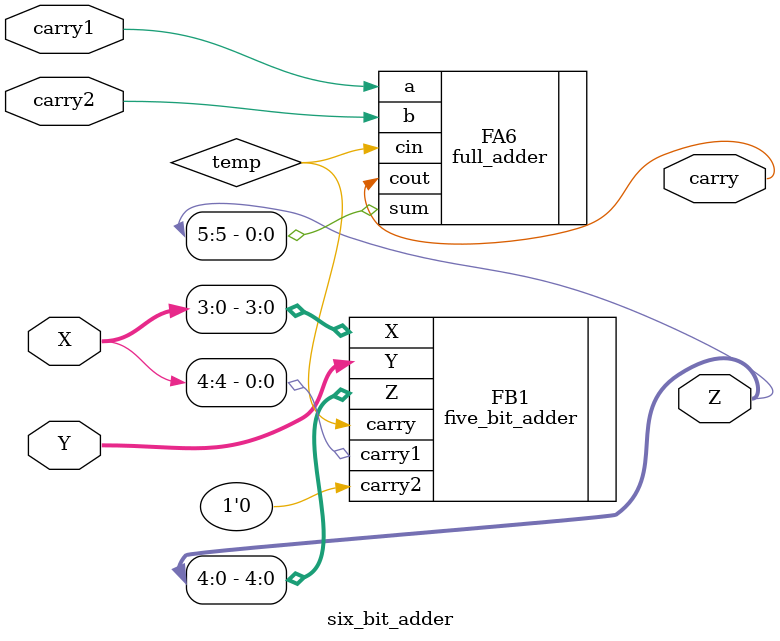
<source format=v>
`timescale 1ns / 1ps
module six_bit_adder(X,carry1,Y,carry2,Z,carry
    );
    input [4:0]X;
	 input [3:0]Y;
	 input carry1;
	 input carry2;
	 output carry;
	 wire carry;
	 output [5:0]Z;
	 wire [5:0]Z;
	 wire temp;
	 five_bit_adder FB1 (.X(X[3:0]),.carry1(X[4]),.Y(Y),.carry2(1'b0),.Z(Z[4:0]),.carry(temp));
	 full_adder FA6 (.a(carry1),.b(carry2),.cin(temp),.sum(Z[5]),.cout(carry));

endmodule
</source>
